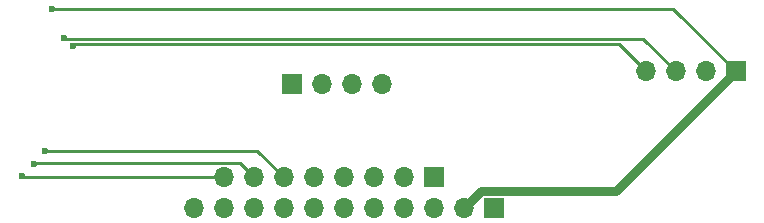
<source format=gtl>
%TF.GenerationSoftware,KiCad,Pcbnew,8.0.7*%
%TF.CreationDate,2025-10-15T10:59:08-04:00*%
%TF.ProjectId,Reflectance_Adapter,5265666c-6563-4746-916e-63655f416461,rev?*%
%TF.SameCoordinates,Original*%
%TF.FileFunction,Copper,L1,Top*%
%TF.FilePolarity,Positive*%
%FSLAX46Y46*%
G04 Gerber Fmt 4.6, Leading zero omitted, Abs format (unit mm)*
G04 Created by KiCad (PCBNEW 8.0.7) date 2025-10-15 10:59:08*
%MOMM*%
%LPD*%
G01*
G04 APERTURE LIST*
%TA.AperFunction,ComponentPad*%
%ADD10R,1.700000X1.700000*%
%TD*%
%TA.AperFunction,ComponentPad*%
%ADD11O,1.700000X1.700000*%
%TD*%
%TA.AperFunction,ViaPad*%
%ADD12C,0.600000*%
%TD*%
%TA.AperFunction,Conductor*%
%ADD13C,0.750062*%
%TD*%
%TA.AperFunction,Conductor*%
%ADD14C,0.249936*%
%TD*%
G04 APERTURE END LIST*
D10*
%TO.P,J1,1,Pin_1*%
%TO.N,+3V3*%
X166700000Y-96000000D03*
D11*
%TO.P,J1,2,Pin_2*%
%TO.N,GND*%
X164160000Y-96000000D03*
%TO.P,J1,3,Pin_3*%
%TO.N,/SCL*%
X161620000Y-96000000D03*
%TO.P,J1,4,Pin_4*%
%TO.N,/SDA*%
X159080000Y-96000000D03*
%TD*%
D10*
%TO.P,J4,1,Pin_1*%
%TO.N,unconnected-(J4-Pin_1-Pad1)*%
X129100000Y-97100000D03*
D11*
%TO.P,J4,2,Pin_2*%
%TO.N,unconnected-(J4-Pin_2-Pad2)*%
X131640000Y-97100000D03*
%TO.P,J4,3,Pin_3*%
%TO.N,unconnected-(J4-Pin_3-Pad3)*%
X134180000Y-97100000D03*
%TO.P,J4,4,Pin_4*%
%TO.N,unconnected-(J4-Pin_4-Pad4)*%
X136720000Y-97100000D03*
%TD*%
D10*
%TO.P,J2,1,Pin_1*%
%TO.N,/LED_ctrl*%
X141154000Y-104959999D03*
D11*
%TO.P,J2,2,Pin_2*%
%TO.N,/2*%
X138614000Y-104959999D03*
%TO.P,J2,3,Pin_3*%
%TO.N,/4*%
X136074000Y-104959999D03*
%TO.P,J2,4,Pin_4*%
%TO.N,/6*%
X133534000Y-104959999D03*
%TO.P,J2,5,Pin_5*%
%TO.N,/8*%
X130994000Y-104959999D03*
%TO.P,J2,6,Pin_6*%
%TO.N,/10*%
X128454000Y-104959999D03*
%TO.P,J2,7,Pin_7*%
%TO.N,/12*%
X125914000Y-104959999D03*
%TO.P,J2,8,Pin_8*%
%TO.N,/14*%
X123374000Y-104959999D03*
%TD*%
D10*
%TO.P,J3,1,Pin_1*%
%TO.N,GND*%
X146242262Y-107537642D03*
D11*
%TO.P,J3,2,Pin_2*%
%TO.N,+3V3*%
X143702262Y-107537642D03*
%TO.P,J3,3,Pin_3*%
%TO.N,/LED_ctrl*%
X141162262Y-107537642D03*
%TO.P,J3,4,Pin_4*%
%TO.N,/1*%
X138622262Y-107537642D03*
%TO.P,J3,5,Pin_5*%
%TO.N,/3*%
X136082262Y-107537642D03*
%TO.P,J3,6,Pin_6*%
%TO.N,/5*%
X133542262Y-107537642D03*
%TO.P,J3,7,Pin_7*%
%TO.N,/7*%
X131002262Y-107537642D03*
%TO.P,J3,8,Pin_8*%
%TO.N,/9*%
X128462262Y-107537642D03*
%TO.P,J3,9,Pin_9*%
%TO.N,/11*%
X125922262Y-107537642D03*
%TO.P,J3,10,Pin_10*%
%TO.N,/13*%
X123382262Y-107537642D03*
%TO.P,J3,11,Pin_11*%
%TO.N,/15*%
X120842262Y-107537642D03*
%TD*%
D12*
%TO.N,+3V3*%
X108800000Y-90700000D03*
%TO.N,/SCL*%
X109800000Y-93200000D03*
%TO.N,/SDA*%
X110600000Y-93864968D03*
%TO.N,/14*%
X106241920Y-104858080D03*
%TO.N,/10*%
X108200000Y-102700000D03*
%TO.N,/12*%
X107268153Y-103868153D03*
%TD*%
D13*
%TO.N,+3V3*%
X145127293Y-106112611D02*
X143702262Y-107537642D01*
D14*
X108800000Y-90700000D02*
X161400000Y-90700000D01*
D13*
X156587389Y-106112611D02*
X145127293Y-106112611D01*
X166700000Y-96000000D02*
X156587389Y-106112611D01*
D14*
X161400000Y-90700000D02*
X166700000Y-96000000D01*
%TO.N,/SCL*%
X161620000Y-96000000D02*
X158860000Y-93240000D01*
X109840000Y-93240000D02*
X158860000Y-93240000D01*
X109800000Y-93200000D02*
X109840000Y-93240000D01*
%TO.N,/SDA*%
X156780000Y-93700000D02*
X110600000Y-93700000D01*
X159080000Y-96000000D02*
X156780000Y-93700000D01*
X110600000Y-93700000D02*
X110600000Y-93864968D01*
%TO.N,/14*%
X106141920Y-104858080D02*
X106243839Y-104959999D01*
X106343839Y-104959999D02*
X123374000Y-104959999D01*
%TO.N,/10*%
X126194001Y-102700000D02*
X128454000Y-104959999D01*
X108200000Y-102700000D02*
X126194001Y-102700000D01*
%TO.N,/12*%
X107268153Y-103868153D02*
X107351275Y-103785031D01*
X124739032Y-103785031D02*
X125914000Y-104959999D01*
X107351275Y-103785031D02*
X124739032Y-103785031D01*
%TD*%
M02*

</source>
